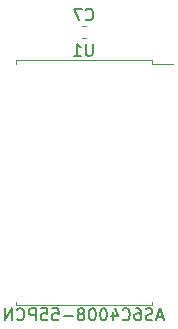
<source format=gbr>
%TF.GenerationSoftware,KiCad,Pcbnew,(6.0.2)*%
%TF.CreationDate,2022-08-12T14:47:40-07:00*%
%TF.ProjectId,Mega68k,4d656761-3638-46b2-9e6b-696361645f70,rev?*%
%TF.SameCoordinates,Original*%
%TF.FileFunction,Legend,Bot*%
%TF.FilePolarity,Positive*%
%FSLAX46Y46*%
G04 Gerber Fmt 4.6, Leading zero omitted, Abs format (unit mm)*
G04 Created by KiCad (PCBNEW (6.0.2)) date 2022-08-12 14:47:40*
%MOMM*%
%LPD*%
G01*
G04 APERTURE LIST*
%ADD10C,0.150000*%
%ADD11C,0.120000*%
G04 APERTURE END LIST*
D10*
%TO.C,U1*%
X129057304Y-83375380D02*
X129057304Y-84184904D01*
X129009685Y-84280142D01*
X128962066Y-84327761D01*
X128866828Y-84375380D01*
X128676352Y-84375380D01*
X128581114Y-84327761D01*
X128533495Y-84280142D01*
X128485876Y-84184904D01*
X128485876Y-83375380D01*
X127485876Y-84375380D02*
X128057304Y-84375380D01*
X127771590Y-84375380D02*
X127771590Y-83375380D01*
X127866828Y-83518238D01*
X127962066Y-83613476D01*
X128057304Y-83661095D01*
X134985876Y-106489666D02*
X134509685Y-106489666D01*
X135081114Y-106775380D02*
X134747780Y-105775380D01*
X134414447Y-106775380D01*
X134128733Y-106727761D02*
X133985876Y-106775380D01*
X133747780Y-106775380D01*
X133652542Y-106727761D01*
X133604923Y-106680142D01*
X133557304Y-106584904D01*
X133557304Y-106489666D01*
X133604923Y-106394428D01*
X133652542Y-106346809D01*
X133747780Y-106299190D01*
X133938257Y-106251571D01*
X134033495Y-106203952D01*
X134081114Y-106156333D01*
X134128733Y-106061095D01*
X134128733Y-105965857D01*
X134081114Y-105870619D01*
X134033495Y-105823000D01*
X133938257Y-105775380D01*
X133700161Y-105775380D01*
X133557304Y-105823000D01*
X132700161Y-105775380D02*
X132890638Y-105775380D01*
X132985876Y-105823000D01*
X133033495Y-105870619D01*
X133128733Y-106013476D01*
X133176352Y-106203952D01*
X133176352Y-106584904D01*
X133128733Y-106680142D01*
X133081114Y-106727761D01*
X132985876Y-106775380D01*
X132795400Y-106775380D01*
X132700161Y-106727761D01*
X132652542Y-106680142D01*
X132604923Y-106584904D01*
X132604923Y-106346809D01*
X132652542Y-106251571D01*
X132700161Y-106203952D01*
X132795400Y-106156333D01*
X132985876Y-106156333D01*
X133081114Y-106203952D01*
X133128733Y-106251571D01*
X133176352Y-106346809D01*
X131604923Y-106680142D02*
X131652542Y-106727761D01*
X131795400Y-106775380D01*
X131890638Y-106775380D01*
X132033495Y-106727761D01*
X132128733Y-106632523D01*
X132176352Y-106537285D01*
X132223971Y-106346809D01*
X132223971Y-106203952D01*
X132176352Y-106013476D01*
X132128733Y-105918238D01*
X132033495Y-105823000D01*
X131890638Y-105775380D01*
X131795400Y-105775380D01*
X131652542Y-105823000D01*
X131604923Y-105870619D01*
X130747780Y-106108714D02*
X130747780Y-106775380D01*
X130985876Y-105727761D02*
X131223971Y-106442047D01*
X130604923Y-106442047D01*
X130033495Y-105775380D02*
X129938257Y-105775380D01*
X129843019Y-105823000D01*
X129795400Y-105870619D01*
X129747780Y-105965857D01*
X129700161Y-106156333D01*
X129700161Y-106394428D01*
X129747780Y-106584904D01*
X129795400Y-106680142D01*
X129843019Y-106727761D01*
X129938257Y-106775380D01*
X130033495Y-106775380D01*
X130128733Y-106727761D01*
X130176352Y-106680142D01*
X130223971Y-106584904D01*
X130271590Y-106394428D01*
X130271590Y-106156333D01*
X130223971Y-105965857D01*
X130176352Y-105870619D01*
X130128733Y-105823000D01*
X130033495Y-105775380D01*
X129081114Y-105775380D02*
X128985876Y-105775380D01*
X128890638Y-105823000D01*
X128843019Y-105870619D01*
X128795400Y-105965857D01*
X128747780Y-106156333D01*
X128747780Y-106394428D01*
X128795400Y-106584904D01*
X128843019Y-106680142D01*
X128890638Y-106727761D01*
X128985876Y-106775380D01*
X129081114Y-106775380D01*
X129176352Y-106727761D01*
X129223971Y-106680142D01*
X129271590Y-106584904D01*
X129319209Y-106394428D01*
X129319209Y-106156333D01*
X129271590Y-105965857D01*
X129223971Y-105870619D01*
X129176352Y-105823000D01*
X129081114Y-105775380D01*
X128176352Y-106203952D02*
X128271590Y-106156333D01*
X128319209Y-106108714D01*
X128366828Y-106013476D01*
X128366828Y-105965857D01*
X128319209Y-105870619D01*
X128271590Y-105823000D01*
X128176352Y-105775380D01*
X127985876Y-105775380D01*
X127890638Y-105823000D01*
X127843019Y-105870619D01*
X127795400Y-105965857D01*
X127795400Y-106013476D01*
X127843019Y-106108714D01*
X127890638Y-106156333D01*
X127985876Y-106203952D01*
X128176352Y-106203952D01*
X128271590Y-106251571D01*
X128319209Y-106299190D01*
X128366828Y-106394428D01*
X128366828Y-106584904D01*
X128319209Y-106680142D01*
X128271590Y-106727761D01*
X128176352Y-106775380D01*
X127985876Y-106775380D01*
X127890638Y-106727761D01*
X127843019Y-106680142D01*
X127795400Y-106584904D01*
X127795400Y-106394428D01*
X127843019Y-106299190D01*
X127890638Y-106251571D01*
X127985876Y-106203952D01*
X127366828Y-106394428D02*
X126604923Y-106394428D01*
X125652542Y-105775380D02*
X126128733Y-105775380D01*
X126176352Y-106251571D01*
X126128733Y-106203952D01*
X126033495Y-106156333D01*
X125795400Y-106156333D01*
X125700161Y-106203952D01*
X125652542Y-106251571D01*
X125604923Y-106346809D01*
X125604923Y-106584904D01*
X125652542Y-106680142D01*
X125700161Y-106727761D01*
X125795400Y-106775380D01*
X126033495Y-106775380D01*
X126128733Y-106727761D01*
X126176352Y-106680142D01*
X124700161Y-105775380D02*
X125176352Y-105775380D01*
X125223971Y-106251571D01*
X125176352Y-106203952D01*
X125081114Y-106156333D01*
X124843019Y-106156333D01*
X124747780Y-106203952D01*
X124700161Y-106251571D01*
X124652542Y-106346809D01*
X124652542Y-106584904D01*
X124700161Y-106680142D01*
X124747780Y-106727761D01*
X124843019Y-106775380D01*
X125081114Y-106775380D01*
X125176352Y-106727761D01*
X125223971Y-106680142D01*
X124223971Y-106775380D02*
X124223971Y-105775380D01*
X123843019Y-105775380D01*
X123747780Y-105823000D01*
X123700161Y-105870619D01*
X123652542Y-105965857D01*
X123652542Y-106108714D01*
X123700161Y-106203952D01*
X123747780Y-106251571D01*
X123843019Y-106299190D01*
X124223971Y-106299190D01*
X122652542Y-106680142D02*
X122700161Y-106727761D01*
X122843019Y-106775380D01*
X122938257Y-106775380D01*
X123081114Y-106727761D01*
X123176352Y-106632523D01*
X123223971Y-106537285D01*
X123271590Y-106346809D01*
X123271590Y-106203952D01*
X123223971Y-106013476D01*
X123176352Y-105918238D01*
X123081114Y-105823000D01*
X122938257Y-105775380D01*
X122843019Y-105775380D01*
X122700161Y-105823000D01*
X122652542Y-105870619D01*
X122223971Y-106775380D02*
X122223971Y-105775380D01*
X121652542Y-106775380D01*
X121652542Y-105775380D01*
%TO.C,C7*%
X128487466Y-81299342D02*
X128535085Y-81346961D01*
X128677942Y-81394580D01*
X128773180Y-81394580D01*
X128916038Y-81346961D01*
X129011276Y-81251723D01*
X129058895Y-81156485D01*
X129106514Y-80966009D01*
X129106514Y-80823152D01*
X129058895Y-80632676D01*
X129011276Y-80537438D01*
X128916038Y-80442200D01*
X128773180Y-80394580D01*
X128677942Y-80394580D01*
X128535085Y-80442200D01*
X128487466Y-80489819D01*
X128154133Y-80394580D02*
X127487466Y-80394580D01*
X127916038Y-81394580D01*
D11*
%TO.C,U1*%
X128295400Y-84765500D02*
X122532900Y-84765500D01*
X134057900Y-105480500D02*
X134057900Y-105208000D01*
X128295400Y-105480500D02*
X122532900Y-105480500D01*
X128295400Y-105480500D02*
X134057900Y-105480500D01*
X128295400Y-84765500D02*
X134057900Y-84765500D01*
X122532900Y-84765500D02*
X122532900Y-85038000D01*
X134057900Y-85038000D02*
X135870400Y-85038000D01*
X134057900Y-84765500D02*
X134057900Y-85038000D01*
X122532900Y-105480500D02*
X122532900Y-105208000D01*
%TO.C,C7*%
X128461380Y-81862200D02*
X128180220Y-81862200D01*
X128461380Y-82882200D02*
X128180220Y-82882200D01*
%TD*%
M02*

</source>
